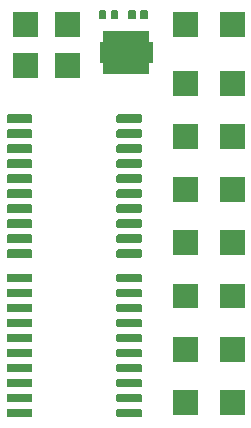
<source format=gbr>
G04 #@! TF.GenerationSoftware,KiCad,Pcbnew,(6.0.0-rc1-dev-1546-g786ee0e)*
G04 #@! TF.CreationDate,2021-05-18T14:48:32-07:00
G04 #@! TF.ProjectId,MuxBoard,4d757842-6f61-4726-942e-6b696361645f,rev?*
G04 #@! TF.SameCoordinates,Original*
G04 #@! TF.FileFunction,Soldermask,Top*
G04 #@! TF.FilePolarity,Negative*
%FSLAX46Y46*%
G04 Gerber Fmt 4.6, Leading zero omitted, Abs format (unit mm)*
G04 Created by KiCad (PCBNEW (6.0.0-rc1-dev-1546-g786ee0e)) date Tue 18 May 2021 02:48:32 PM PDT*
%MOMM*%
%LPD*%
G04 APERTURE LIST*
%ADD10C,0.100000*%
G04 APERTURE END LIST*
D10*
G36*
X141234928Y-84066764D02*
G01*
X141256011Y-84073160D01*
X141275442Y-84083546D01*
X141292475Y-84097525D01*
X141306454Y-84114558D01*
X141316840Y-84133989D01*
X141323236Y-84155072D01*
X141326000Y-84183140D01*
X141326000Y-84646860D01*
X141323236Y-84674928D01*
X141316840Y-84696011D01*
X141306454Y-84715442D01*
X141292475Y-84732475D01*
X141275442Y-84746454D01*
X141256011Y-84756840D01*
X141234928Y-84763236D01*
X141206860Y-84766000D01*
X139293140Y-84766000D01*
X139265072Y-84763236D01*
X139243989Y-84756840D01*
X139224558Y-84746454D01*
X139207525Y-84732475D01*
X139193546Y-84715442D01*
X139183160Y-84696011D01*
X139176764Y-84674928D01*
X139174000Y-84646860D01*
X139174000Y-84183140D01*
X139176764Y-84155072D01*
X139183160Y-84133989D01*
X139193546Y-84114558D01*
X139207525Y-84097525D01*
X139224558Y-84083546D01*
X139243989Y-84073160D01*
X139265072Y-84066764D01*
X139293140Y-84064000D01*
X141206860Y-84064000D01*
X141234928Y-84066764D01*
X141234928Y-84066764D01*
G37*
G36*
X131934928Y-84066764D02*
G01*
X131956011Y-84073160D01*
X131975442Y-84083546D01*
X131992475Y-84097525D01*
X132006454Y-84114558D01*
X132016840Y-84133989D01*
X132023236Y-84155072D01*
X132026000Y-84183140D01*
X132026000Y-84646860D01*
X132023236Y-84674928D01*
X132016840Y-84696011D01*
X132006454Y-84715442D01*
X131992475Y-84732475D01*
X131975442Y-84746454D01*
X131956011Y-84756840D01*
X131934928Y-84763236D01*
X131906860Y-84766000D01*
X129993140Y-84766000D01*
X129965072Y-84763236D01*
X129943989Y-84756840D01*
X129924558Y-84746454D01*
X129907525Y-84732475D01*
X129893546Y-84715442D01*
X129883160Y-84696011D01*
X129876764Y-84674928D01*
X129874000Y-84646860D01*
X129874000Y-84183140D01*
X129876764Y-84155072D01*
X129883160Y-84133989D01*
X129893546Y-84114558D01*
X129907525Y-84097525D01*
X129924558Y-84083546D01*
X129943989Y-84073160D01*
X129965072Y-84066764D01*
X129993140Y-84064000D01*
X131906860Y-84064000D01*
X131934928Y-84066764D01*
X131934928Y-84066764D01*
G37*
G36*
X146051000Y-84551000D02*
G01*
X143949000Y-84551000D01*
X143949000Y-82449000D01*
X146051000Y-82449000D01*
X146051000Y-84551000D01*
X146051000Y-84551000D01*
G37*
G36*
X150051000Y-84551000D02*
G01*
X147949000Y-84551000D01*
X147949000Y-82449000D01*
X150051000Y-82449000D01*
X150051000Y-84551000D01*
X150051000Y-84551000D01*
G37*
G36*
X141234928Y-82796764D02*
G01*
X141256011Y-82803160D01*
X141275442Y-82813546D01*
X141292475Y-82827525D01*
X141306454Y-82844558D01*
X141316840Y-82863989D01*
X141323236Y-82885072D01*
X141326000Y-82913140D01*
X141326000Y-83376860D01*
X141323236Y-83404928D01*
X141316840Y-83426011D01*
X141306454Y-83445442D01*
X141292475Y-83462475D01*
X141275442Y-83476454D01*
X141256011Y-83486840D01*
X141234928Y-83493236D01*
X141206860Y-83496000D01*
X139293140Y-83496000D01*
X139265072Y-83493236D01*
X139243989Y-83486840D01*
X139224558Y-83476454D01*
X139207525Y-83462475D01*
X139193546Y-83445442D01*
X139183160Y-83426011D01*
X139176764Y-83404928D01*
X139174000Y-83376860D01*
X139174000Y-82913140D01*
X139176764Y-82885072D01*
X139183160Y-82863989D01*
X139193546Y-82844558D01*
X139207525Y-82827525D01*
X139224558Y-82813546D01*
X139243989Y-82803160D01*
X139265072Y-82796764D01*
X139293140Y-82794000D01*
X141206860Y-82794000D01*
X141234928Y-82796764D01*
X141234928Y-82796764D01*
G37*
G36*
X131934928Y-82796764D02*
G01*
X131956011Y-82803160D01*
X131975442Y-82813546D01*
X131992475Y-82827525D01*
X132006454Y-82844558D01*
X132016840Y-82863989D01*
X132023236Y-82885072D01*
X132026000Y-82913140D01*
X132026000Y-83376860D01*
X132023236Y-83404928D01*
X132016840Y-83426011D01*
X132006454Y-83445442D01*
X131992475Y-83462475D01*
X131975442Y-83476454D01*
X131956011Y-83486840D01*
X131934928Y-83493236D01*
X131906860Y-83496000D01*
X129993140Y-83496000D01*
X129965072Y-83493236D01*
X129943989Y-83486840D01*
X129924558Y-83476454D01*
X129907525Y-83462475D01*
X129893546Y-83445442D01*
X129883160Y-83426011D01*
X129876764Y-83404928D01*
X129874000Y-83376860D01*
X129874000Y-82913140D01*
X129876764Y-82885072D01*
X129883160Y-82863989D01*
X129893546Y-82844558D01*
X129907525Y-82827525D01*
X129924558Y-82813546D01*
X129943989Y-82803160D01*
X129965072Y-82796764D01*
X129993140Y-82794000D01*
X131906860Y-82794000D01*
X131934928Y-82796764D01*
X131934928Y-82796764D01*
G37*
G36*
X131934928Y-81526764D02*
G01*
X131956011Y-81533160D01*
X131975442Y-81543546D01*
X131992475Y-81557525D01*
X132006454Y-81574558D01*
X132016840Y-81593989D01*
X132023236Y-81615072D01*
X132026000Y-81643140D01*
X132026000Y-82106860D01*
X132023236Y-82134928D01*
X132016840Y-82156011D01*
X132006454Y-82175442D01*
X131992475Y-82192475D01*
X131975442Y-82206454D01*
X131956011Y-82216840D01*
X131934928Y-82223236D01*
X131906860Y-82226000D01*
X129993140Y-82226000D01*
X129965072Y-82223236D01*
X129943989Y-82216840D01*
X129924558Y-82206454D01*
X129907525Y-82192475D01*
X129893546Y-82175442D01*
X129883160Y-82156011D01*
X129876764Y-82134928D01*
X129874000Y-82106860D01*
X129874000Y-81643140D01*
X129876764Y-81615072D01*
X129883160Y-81593989D01*
X129893546Y-81574558D01*
X129907525Y-81557525D01*
X129924558Y-81543546D01*
X129943989Y-81533160D01*
X129965072Y-81526764D01*
X129993140Y-81524000D01*
X131906860Y-81524000D01*
X131934928Y-81526764D01*
X131934928Y-81526764D01*
G37*
G36*
X141234928Y-81526764D02*
G01*
X141256011Y-81533160D01*
X141275442Y-81543546D01*
X141292475Y-81557525D01*
X141306454Y-81574558D01*
X141316840Y-81593989D01*
X141323236Y-81615072D01*
X141326000Y-81643140D01*
X141326000Y-82106860D01*
X141323236Y-82134928D01*
X141316840Y-82156011D01*
X141306454Y-82175442D01*
X141292475Y-82192475D01*
X141275442Y-82206454D01*
X141256011Y-82216840D01*
X141234928Y-82223236D01*
X141206860Y-82226000D01*
X139293140Y-82226000D01*
X139265072Y-82223236D01*
X139243989Y-82216840D01*
X139224558Y-82206454D01*
X139207525Y-82192475D01*
X139193546Y-82175442D01*
X139183160Y-82156011D01*
X139176764Y-82134928D01*
X139174000Y-82106860D01*
X139174000Y-81643140D01*
X139176764Y-81615072D01*
X139183160Y-81593989D01*
X139193546Y-81574558D01*
X139207525Y-81557525D01*
X139224558Y-81543546D01*
X139243989Y-81533160D01*
X139265072Y-81526764D01*
X139293140Y-81524000D01*
X141206860Y-81524000D01*
X141234928Y-81526764D01*
X141234928Y-81526764D01*
G37*
G36*
X141234928Y-80256764D02*
G01*
X141256011Y-80263160D01*
X141275442Y-80273546D01*
X141292475Y-80287525D01*
X141306454Y-80304558D01*
X141316840Y-80323989D01*
X141323236Y-80345072D01*
X141326000Y-80373140D01*
X141326000Y-80836860D01*
X141323236Y-80864928D01*
X141316840Y-80886011D01*
X141306454Y-80905442D01*
X141292475Y-80922475D01*
X141275442Y-80936454D01*
X141256011Y-80946840D01*
X141234928Y-80953236D01*
X141206860Y-80956000D01*
X139293140Y-80956000D01*
X139265072Y-80953236D01*
X139243989Y-80946840D01*
X139224558Y-80936454D01*
X139207525Y-80922475D01*
X139193546Y-80905442D01*
X139183160Y-80886011D01*
X139176764Y-80864928D01*
X139174000Y-80836860D01*
X139174000Y-80373140D01*
X139176764Y-80345072D01*
X139183160Y-80323989D01*
X139193546Y-80304558D01*
X139207525Y-80287525D01*
X139224558Y-80273546D01*
X139243989Y-80263160D01*
X139265072Y-80256764D01*
X139293140Y-80254000D01*
X141206860Y-80254000D01*
X141234928Y-80256764D01*
X141234928Y-80256764D01*
G37*
G36*
X131934928Y-80256764D02*
G01*
X131956011Y-80263160D01*
X131975442Y-80273546D01*
X131992475Y-80287525D01*
X132006454Y-80304558D01*
X132016840Y-80323989D01*
X132023236Y-80345072D01*
X132026000Y-80373140D01*
X132026000Y-80836860D01*
X132023236Y-80864928D01*
X132016840Y-80886011D01*
X132006454Y-80905442D01*
X131992475Y-80922475D01*
X131975442Y-80936454D01*
X131956011Y-80946840D01*
X131934928Y-80953236D01*
X131906860Y-80956000D01*
X129993140Y-80956000D01*
X129965072Y-80953236D01*
X129943989Y-80946840D01*
X129924558Y-80936454D01*
X129907525Y-80922475D01*
X129893546Y-80905442D01*
X129883160Y-80886011D01*
X129876764Y-80864928D01*
X129874000Y-80836860D01*
X129874000Y-80373140D01*
X129876764Y-80345072D01*
X129883160Y-80323989D01*
X129893546Y-80304558D01*
X129907525Y-80287525D01*
X129924558Y-80273546D01*
X129943989Y-80263160D01*
X129965072Y-80256764D01*
X129993140Y-80254000D01*
X131906860Y-80254000D01*
X131934928Y-80256764D01*
X131934928Y-80256764D01*
G37*
G36*
X146051000Y-80051000D02*
G01*
X143949000Y-80051000D01*
X143949000Y-77949000D01*
X146051000Y-77949000D01*
X146051000Y-80051000D01*
X146051000Y-80051000D01*
G37*
G36*
X150051000Y-80051000D02*
G01*
X147949000Y-80051000D01*
X147949000Y-77949000D01*
X150051000Y-77949000D01*
X150051000Y-80051000D01*
X150051000Y-80051000D01*
G37*
G36*
X131934928Y-78986764D02*
G01*
X131956011Y-78993160D01*
X131975442Y-79003546D01*
X131992475Y-79017525D01*
X132006454Y-79034558D01*
X132016840Y-79053989D01*
X132023236Y-79075072D01*
X132026000Y-79103140D01*
X132026000Y-79566860D01*
X132023236Y-79594928D01*
X132016840Y-79616011D01*
X132006454Y-79635442D01*
X131992475Y-79652475D01*
X131975442Y-79666454D01*
X131956011Y-79676840D01*
X131934928Y-79683236D01*
X131906860Y-79686000D01*
X129993140Y-79686000D01*
X129965072Y-79683236D01*
X129943989Y-79676840D01*
X129924558Y-79666454D01*
X129907525Y-79652475D01*
X129893546Y-79635442D01*
X129883160Y-79616011D01*
X129876764Y-79594928D01*
X129874000Y-79566860D01*
X129874000Y-79103140D01*
X129876764Y-79075072D01*
X129883160Y-79053989D01*
X129893546Y-79034558D01*
X129907525Y-79017525D01*
X129924558Y-79003546D01*
X129943989Y-78993160D01*
X129965072Y-78986764D01*
X129993140Y-78984000D01*
X131906860Y-78984000D01*
X131934928Y-78986764D01*
X131934928Y-78986764D01*
G37*
G36*
X141234928Y-78986764D02*
G01*
X141256011Y-78993160D01*
X141275442Y-79003546D01*
X141292475Y-79017525D01*
X141306454Y-79034558D01*
X141316840Y-79053989D01*
X141323236Y-79075072D01*
X141326000Y-79103140D01*
X141326000Y-79566860D01*
X141323236Y-79594928D01*
X141316840Y-79616011D01*
X141306454Y-79635442D01*
X141292475Y-79652475D01*
X141275442Y-79666454D01*
X141256011Y-79676840D01*
X141234928Y-79683236D01*
X141206860Y-79686000D01*
X139293140Y-79686000D01*
X139265072Y-79683236D01*
X139243989Y-79676840D01*
X139224558Y-79666454D01*
X139207525Y-79652475D01*
X139193546Y-79635442D01*
X139183160Y-79616011D01*
X139176764Y-79594928D01*
X139174000Y-79566860D01*
X139174000Y-79103140D01*
X139176764Y-79075072D01*
X139183160Y-79053989D01*
X139193546Y-79034558D01*
X139207525Y-79017525D01*
X139224558Y-79003546D01*
X139243989Y-78993160D01*
X139265072Y-78986764D01*
X139293140Y-78984000D01*
X141206860Y-78984000D01*
X141234928Y-78986764D01*
X141234928Y-78986764D01*
G37*
G36*
X131934928Y-77716764D02*
G01*
X131956011Y-77723160D01*
X131975442Y-77733546D01*
X131992475Y-77747525D01*
X132006454Y-77764558D01*
X132016840Y-77783989D01*
X132023236Y-77805072D01*
X132026000Y-77833140D01*
X132026000Y-78296860D01*
X132023236Y-78324928D01*
X132016840Y-78346011D01*
X132006454Y-78365442D01*
X131992475Y-78382475D01*
X131975442Y-78396454D01*
X131956011Y-78406840D01*
X131934928Y-78413236D01*
X131906860Y-78416000D01*
X129993140Y-78416000D01*
X129965072Y-78413236D01*
X129943989Y-78406840D01*
X129924558Y-78396454D01*
X129907525Y-78382475D01*
X129893546Y-78365442D01*
X129883160Y-78346011D01*
X129876764Y-78324928D01*
X129874000Y-78296860D01*
X129874000Y-77833140D01*
X129876764Y-77805072D01*
X129883160Y-77783989D01*
X129893546Y-77764558D01*
X129907525Y-77747525D01*
X129924558Y-77733546D01*
X129943989Y-77723160D01*
X129965072Y-77716764D01*
X129993140Y-77714000D01*
X131906860Y-77714000D01*
X131934928Y-77716764D01*
X131934928Y-77716764D01*
G37*
G36*
X141234928Y-77716764D02*
G01*
X141256011Y-77723160D01*
X141275442Y-77733546D01*
X141292475Y-77747525D01*
X141306454Y-77764558D01*
X141316840Y-77783989D01*
X141323236Y-77805072D01*
X141326000Y-77833140D01*
X141326000Y-78296860D01*
X141323236Y-78324928D01*
X141316840Y-78346011D01*
X141306454Y-78365442D01*
X141292475Y-78382475D01*
X141275442Y-78396454D01*
X141256011Y-78406840D01*
X141234928Y-78413236D01*
X141206860Y-78416000D01*
X139293140Y-78416000D01*
X139265072Y-78413236D01*
X139243989Y-78406840D01*
X139224558Y-78396454D01*
X139207525Y-78382475D01*
X139193546Y-78365442D01*
X139183160Y-78346011D01*
X139176764Y-78324928D01*
X139174000Y-78296860D01*
X139174000Y-77833140D01*
X139176764Y-77805072D01*
X139183160Y-77783989D01*
X139193546Y-77764558D01*
X139207525Y-77747525D01*
X139224558Y-77733546D01*
X139243989Y-77723160D01*
X139265072Y-77716764D01*
X139293140Y-77714000D01*
X141206860Y-77714000D01*
X141234928Y-77716764D01*
X141234928Y-77716764D01*
G37*
G36*
X141234928Y-76446764D02*
G01*
X141256011Y-76453160D01*
X141275442Y-76463546D01*
X141292475Y-76477525D01*
X141306454Y-76494558D01*
X141316840Y-76513989D01*
X141323236Y-76535072D01*
X141326000Y-76563140D01*
X141326000Y-77026860D01*
X141323236Y-77054928D01*
X141316840Y-77076011D01*
X141306454Y-77095442D01*
X141292475Y-77112475D01*
X141275442Y-77126454D01*
X141256011Y-77136840D01*
X141234928Y-77143236D01*
X141206860Y-77146000D01*
X139293140Y-77146000D01*
X139265072Y-77143236D01*
X139243989Y-77136840D01*
X139224558Y-77126454D01*
X139207525Y-77112475D01*
X139193546Y-77095442D01*
X139183160Y-77076011D01*
X139176764Y-77054928D01*
X139174000Y-77026860D01*
X139174000Y-76563140D01*
X139176764Y-76535072D01*
X139183160Y-76513989D01*
X139193546Y-76494558D01*
X139207525Y-76477525D01*
X139224558Y-76463546D01*
X139243989Y-76453160D01*
X139265072Y-76446764D01*
X139293140Y-76444000D01*
X141206860Y-76444000D01*
X141234928Y-76446764D01*
X141234928Y-76446764D01*
G37*
G36*
X131934928Y-76446764D02*
G01*
X131956011Y-76453160D01*
X131975442Y-76463546D01*
X131992475Y-76477525D01*
X132006454Y-76494558D01*
X132016840Y-76513989D01*
X132023236Y-76535072D01*
X132026000Y-76563140D01*
X132026000Y-77026860D01*
X132023236Y-77054928D01*
X132016840Y-77076011D01*
X132006454Y-77095442D01*
X131992475Y-77112475D01*
X131975442Y-77126454D01*
X131956011Y-77136840D01*
X131934928Y-77143236D01*
X131906860Y-77146000D01*
X129993140Y-77146000D01*
X129965072Y-77143236D01*
X129943989Y-77136840D01*
X129924558Y-77126454D01*
X129907525Y-77112475D01*
X129893546Y-77095442D01*
X129883160Y-77076011D01*
X129876764Y-77054928D01*
X129874000Y-77026860D01*
X129874000Y-76563140D01*
X129876764Y-76535072D01*
X129883160Y-76513989D01*
X129893546Y-76494558D01*
X129907525Y-76477525D01*
X129924558Y-76463546D01*
X129943989Y-76453160D01*
X129965072Y-76446764D01*
X129993140Y-76444000D01*
X131906860Y-76444000D01*
X131934928Y-76446764D01*
X131934928Y-76446764D01*
G37*
G36*
X141234928Y-75176764D02*
G01*
X141256011Y-75183160D01*
X141275442Y-75193546D01*
X141292475Y-75207525D01*
X141306454Y-75224558D01*
X141316840Y-75243989D01*
X141323236Y-75265072D01*
X141326000Y-75293140D01*
X141326000Y-75756860D01*
X141323236Y-75784928D01*
X141316840Y-75806011D01*
X141306454Y-75825442D01*
X141292475Y-75842475D01*
X141275442Y-75856454D01*
X141256011Y-75866840D01*
X141234928Y-75873236D01*
X141206860Y-75876000D01*
X139293140Y-75876000D01*
X139265072Y-75873236D01*
X139243989Y-75866840D01*
X139224558Y-75856454D01*
X139207525Y-75842475D01*
X139193546Y-75825442D01*
X139183160Y-75806011D01*
X139176764Y-75784928D01*
X139174000Y-75756860D01*
X139174000Y-75293140D01*
X139176764Y-75265072D01*
X139183160Y-75243989D01*
X139193546Y-75224558D01*
X139207525Y-75207525D01*
X139224558Y-75193546D01*
X139243989Y-75183160D01*
X139265072Y-75176764D01*
X139293140Y-75174000D01*
X141206860Y-75174000D01*
X141234928Y-75176764D01*
X141234928Y-75176764D01*
G37*
G36*
X131934928Y-75176764D02*
G01*
X131956011Y-75183160D01*
X131975442Y-75193546D01*
X131992475Y-75207525D01*
X132006454Y-75224558D01*
X132016840Y-75243989D01*
X132023236Y-75265072D01*
X132026000Y-75293140D01*
X132026000Y-75756860D01*
X132023236Y-75784928D01*
X132016840Y-75806011D01*
X132006454Y-75825442D01*
X131992475Y-75842475D01*
X131975442Y-75856454D01*
X131956011Y-75866840D01*
X131934928Y-75873236D01*
X131906860Y-75876000D01*
X129993140Y-75876000D01*
X129965072Y-75873236D01*
X129943989Y-75866840D01*
X129924558Y-75856454D01*
X129907525Y-75842475D01*
X129893546Y-75825442D01*
X129883160Y-75806011D01*
X129876764Y-75784928D01*
X129874000Y-75756860D01*
X129874000Y-75293140D01*
X129876764Y-75265072D01*
X129883160Y-75243989D01*
X129893546Y-75224558D01*
X129907525Y-75207525D01*
X129924558Y-75193546D01*
X129943989Y-75183160D01*
X129965072Y-75176764D01*
X129993140Y-75174000D01*
X131906860Y-75174000D01*
X131934928Y-75176764D01*
X131934928Y-75176764D01*
G37*
G36*
X146051000Y-75551000D02*
G01*
X143949000Y-75551000D01*
X143949000Y-73449000D01*
X146051000Y-73449000D01*
X146051000Y-75551000D01*
X146051000Y-75551000D01*
G37*
G36*
X150051000Y-75551000D02*
G01*
X147949000Y-75551000D01*
X147949000Y-73449000D01*
X150051000Y-73449000D01*
X150051000Y-75551000D01*
X150051000Y-75551000D01*
G37*
G36*
X141234928Y-73906764D02*
G01*
X141256011Y-73913160D01*
X141275442Y-73923546D01*
X141292475Y-73937525D01*
X141306454Y-73954558D01*
X141316840Y-73973989D01*
X141323236Y-73995072D01*
X141326000Y-74023140D01*
X141326000Y-74486860D01*
X141323236Y-74514928D01*
X141316840Y-74536011D01*
X141306454Y-74555442D01*
X141292475Y-74572475D01*
X141275442Y-74586454D01*
X141256011Y-74596840D01*
X141234928Y-74603236D01*
X141206860Y-74606000D01*
X139293140Y-74606000D01*
X139265072Y-74603236D01*
X139243989Y-74596840D01*
X139224558Y-74586454D01*
X139207525Y-74572475D01*
X139193546Y-74555442D01*
X139183160Y-74536011D01*
X139176764Y-74514928D01*
X139174000Y-74486860D01*
X139174000Y-74023140D01*
X139176764Y-73995072D01*
X139183160Y-73973989D01*
X139193546Y-73954558D01*
X139207525Y-73937525D01*
X139224558Y-73923546D01*
X139243989Y-73913160D01*
X139265072Y-73906764D01*
X139293140Y-73904000D01*
X141206860Y-73904000D01*
X141234928Y-73906764D01*
X141234928Y-73906764D01*
G37*
G36*
X131934928Y-73906764D02*
G01*
X131956011Y-73913160D01*
X131975442Y-73923546D01*
X131992475Y-73937525D01*
X132006454Y-73954558D01*
X132016840Y-73973989D01*
X132023236Y-73995072D01*
X132026000Y-74023140D01*
X132026000Y-74486860D01*
X132023236Y-74514928D01*
X132016840Y-74536011D01*
X132006454Y-74555442D01*
X131992475Y-74572475D01*
X131975442Y-74586454D01*
X131956011Y-74596840D01*
X131934928Y-74603236D01*
X131906860Y-74606000D01*
X129993140Y-74606000D01*
X129965072Y-74603236D01*
X129943989Y-74596840D01*
X129924558Y-74586454D01*
X129907525Y-74572475D01*
X129893546Y-74555442D01*
X129883160Y-74536011D01*
X129876764Y-74514928D01*
X129874000Y-74486860D01*
X129874000Y-74023140D01*
X129876764Y-73995072D01*
X129883160Y-73973989D01*
X129893546Y-73954558D01*
X129907525Y-73937525D01*
X129924558Y-73923546D01*
X129943989Y-73913160D01*
X129965072Y-73906764D01*
X129993140Y-73904000D01*
X131906860Y-73904000D01*
X131934928Y-73906764D01*
X131934928Y-73906764D01*
G37*
G36*
X141234928Y-72636764D02*
G01*
X141256011Y-72643160D01*
X141275442Y-72653546D01*
X141292475Y-72667525D01*
X141306454Y-72684558D01*
X141316840Y-72703989D01*
X141323236Y-72725072D01*
X141326000Y-72753140D01*
X141326000Y-73216860D01*
X141323236Y-73244928D01*
X141316840Y-73266011D01*
X141306454Y-73285442D01*
X141292475Y-73302475D01*
X141275442Y-73316454D01*
X141256011Y-73326840D01*
X141234928Y-73333236D01*
X141206860Y-73336000D01*
X139293140Y-73336000D01*
X139265072Y-73333236D01*
X139243989Y-73326840D01*
X139224558Y-73316454D01*
X139207525Y-73302475D01*
X139193546Y-73285442D01*
X139183160Y-73266011D01*
X139176764Y-73244928D01*
X139174000Y-73216860D01*
X139174000Y-72753140D01*
X139176764Y-72725072D01*
X139183160Y-72703989D01*
X139193546Y-72684558D01*
X139207525Y-72667525D01*
X139224558Y-72653546D01*
X139243989Y-72643160D01*
X139265072Y-72636764D01*
X139293140Y-72634000D01*
X141206860Y-72634000D01*
X141234928Y-72636764D01*
X141234928Y-72636764D01*
G37*
G36*
X131934928Y-72636764D02*
G01*
X131956011Y-72643160D01*
X131975442Y-72653546D01*
X131992475Y-72667525D01*
X132006454Y-72684558D01*
X132016840Y-72703989D01*
X132023236Y-72725072D01*
X132026000Y-72753140D01*
X132026000Y-73216860D01*
X132023236Y-73244928D01*
X132016840Y-73266011D01*
X132006454Y-73285442D01*
X131992475Y-73302475D01*
X131975442Y-73316454D01*
X131956011Y-73326840D01*
X131934928Y-73333236D01*
X131906860Y-73336000D01*
X129993140Y-73336000D01*
X129965072Y-73333236D01*
X129943989Y-73326840D01*
X129924558Y-73316454D01*
X129907525Y-73302475D01*
X129893546Y-73285442D01*
X129883160Y-73266011D01*
X129876764Y-73244928D01*
X129874000Y-73216860D01*
X129874000Y-72753140D01*
X129876764Y-72725072D01*
X129883160Y-72703989D01*
X129893546Y-72684558D01*
X129907525Y-72667525D01*
X129924558Y-72653546D01*
X129943989Y-72643160D01*
X129965072Y-72636764D01*
X129993140Y-72634000D01*
X131906860Y-72634000D01*
X131934928Y-72636764D01*
X131934928Y-72636764D01*
G37*
G36*
X141234928Y-70566764D02*
G01*
X141256011Y-70573160D01*
X141275442Y-70583546D01*
X141292475Y-70597525D01*
X141306454Y-70614558D01*
X141316840Y-70633989D01*
X141323236Y-70655072D01*
X141326000Y-70683140D01*
X141326000Y-71146860D01*
X141323236Y-71174928D01*
X141316840Y-71196011D01*
X141306454Y-71215442D01*
X141292475Y-71232475D01*
X141275442Y-71246454D01*
X141256011Y-71256840D01*
X141234928Y-71263236D01*
X141206860Y-71266000D01*
X139293140Y-71266000D01*
X139265072Y-71263236D01*
X139243989Y-71256840D01*
X139224558Y-71246454D01*
X139207525Y-71232475D01*
X139193546Y-71215442D01*
X139183160Y-71196011D01*
X139176764Y-71174928D01*
X139174000Y-71146860D01*
X139174000Y-70683140D01*
X139176764Y-70655072D01*
X139183160Y-70633989D01*
X139193546Y-70614558D01*
X139207525Y-70597525D01*
X139224558Y-70583546D01*
X139243989Y-70573160D01*
X139265072Y-70566764D01*
X139293140Y-70564000D01*
X141206860Y-70564000D01*
X141234928Y-70566764D01*
X141234928Y-70566764D01*
G37*
G36*
X131934928Y-70566764D02*
G01*
X131956011Y-70573160D01*
X131975442Y-70583546D01*
X131992475Y-70597525D01*
X132006454Y-70614558D01*
X132016840Y-70633989D01*
X132023236Y-70655072D01*
X132026000Y-70683140D01*
X132026000Y-71146860D01*
X132023236Y-71174928D01*
X132016840Y-71196011D01*
X132006454Y-71215442D01*
X131992475Y-71232475D01*
X131975442Y-71246454D01*
X131956011Y-71256840D01*
X131934928Y-71263236D01*
X131906860Y-71266000D01*
X129993140Y-71266000D01*
X129965072Y-71263236D01*
X129943989Y-71256840D01*
X129924558Y-71246454D01*
X129907525Y-71232475D01*
X129893546Y-71215442D01*
X129883160Y-71196011D01*
X129876764Y-71174928D01*
X129874000Y-71146860D01*
X129874000Y-70683140D01*
X129876764Y-70655072D01*
X129883160Y-70633989D01*
X129893546Y-70614558D01*
X129907525Y-70597525D01*
X129924558Y-70583546D01*
X129943989Y-70573160D01*
X129965072Y-70566764D01*
X129993140Y-70564000D01*
X131906860Y-70564000D01*
X131934928Y-70566764D01*
X131934928Y-70566764D01*
G37*
G36*
X150051000Y-71051000D02*
G01*
X147949000Y-71051000D01*
X147949000Y-68949000D01*
X150051000Y-68949000D01*
X150051000Y-71051000D01*
X150051000Y-71051000D01*
G37*
G36*
X146051000Y-71051000D02*
G01*
X143949000Y-71051000D01*
X143949000Y-68949000D01*
X146051000Y-68949000D01*
X146051000Y-71051000D01*
X146051000Y-71051000D01*
G37*
G36*
X141234928Y-69296764D02*
G01*
X141256011Y-69303160D01*
X141275442Y-69313546D01*
X141292475Y-69327525D01*
X141306454Y-69344558D01*
X141316840Y-69363989D01*
X141323236Y-69385072D01*
X141326000Y-69413140D01*
X141326000Y-69876860D01*
X141323236Y-69904928D01*
X141316840Y-69926011D01*
X141306454Y-69945442D01*
X141292475Y-69962475D01*
X141275442Y-69976454D01*
X141256011Y-69986840D01*
X141234928Y-69993236D01*
X141206860Y-69996000D01*
X139293140Y-69996000D01*
X139265072Y-69993236D01*
X139243989Y-69986840D01*
X139224558Y-69976454D01*
X139207525Y-69962475D01*
X139193546Y-69945442D01*
X139183160Y-69926011D01*
X139176764Y-69904928D01*
X139174000Y-69876860D01*
X139174000Y-69413140D01*
X139176764Y-69385072D01*
X139183160Y-69363989D01*
X139193546Y-69344558D01*
X139207525Y-69327525D01*
X139224558Y-69313546D01*
X139243989Y-69303160D01*
X139265072Y-69296764D01*
X139293140Y-69294000D01*
X141206860Y-69294000D01*
X141234928Y-69296764D01*
X141234928Y-69296764D01*
G37*
G36*
X131934928Y-69296764D02*
G01*
X131956011Y-69303160D01*
X131975442Y-69313546D01*
X131992475Y-69327525D01*
X132006454Y-69344558D01*
X132016840Y-69363989D01*
X132023236Y-69385072D01*
X132026000Y-69413140D01*
X132026000Y-69876860D01*
X132023236Y-69904928D01*
X132016840Y-69926011D01*
X132006454Y-69945442D01*
X131992475Y-69962475D01*
X131975442Y-69976454D01*
X131956011Y-69986840D01*
X131934928Y-69993236D01*
X131906860Y-69996000D01*
X129993140Y-69996000D01*
X129965072Y-69993236D01*
X129943989Y-69986840D01*
X129924558Y-69976454D01*
X129907525Y-69962475D01*
X129893546Y-69945442D01*
X129883160Y-69926011D01*
X129876764Y-69904928D01*
X129874000Y-69876860D01*
X129874000Y-69413140D01*
X129876764Y-69385072D01*
X129883160Y-69363989D01*
X129893546Y-69344558D01*
X129907525Y-69327525D01*
X129924558Y-69313546D01*
X129943989Y-69303160D01*
X129965072Y-69296764D01*
X129993140Y-69294000D01*
X131906860Y-69294000D01*
X131934928Y-69296764D01*
X131934928Y-69296764D01*
G37*
G36*
X141234928Y-68026764D02*
G01*
X141256011Y-68033160D01*
X141275442Y-68043546D01*
X141292475Y-68057525D01*
X141306454Y-68074558D01*
X141316840Y-68093989D01*
X141323236Y-68115072D01*
X141326000Y-68143140D01*
X141326000Y-68606860D01*
X141323236Y-68634928D01*
X141316840Y-68656011D01*
X141306454Y-68675442D01*
X141292475Y-68692475D01*
X141275442Y-68706454D01*
X141256011Y-68716840D01*
X141234928Y-68723236D01*
X141206860Y-68726000D01*
X139293140Y-68726000D01*
X139265072Y-68723236D01*
X139243989Y-68716840D01*
X139224558Y-68706454D01*
X139207525Y-68692475D01*
X139193546Y-68675442D01*
X139183160Y-68656011D01*
X139176764Y-68634928D01*
X139174000Y-68606860D01*
X139174000Y-68143140D01*
X139176764Y-68115072D01*
X139183160Y-68093989D01*
X139193546Y-68074558D01*
X139207525Y-68057525D01*
X139224558Y-68043546D01*
X139243989Y-68033160D01*
X139265072Y-68026764D01*
X139293140Y-68024000D01*
X141206860Y-68024000D01*
X141234928Y-68026764D01*
X141234928Y-68026764D01*
G37*
G36*
X131934928Y-68026764D02*
G01*
X131956011Y-68033160D01*
X131975442Y-68043546D01*
X131992475Y-68057525D01*
X132006454Y-68074558D01*
X132016840Y-68093989D01*
X132023236Y-68115072D01*
X132026000Y-68143140D01*
X132026000Y-68606860D01*
X132023236Y-68634928D01*
X132016840Y-68656011D01*
X132006454Y-68675442D01*
X131992475Y-68692475D01*
X131975442Y-68706454D01*
X131956011Y-68716840D01*
X131934928Y-68723236D01*
X131906860Y-68726000D01*
X129993140Y-68726000D01*
X129965072Y-68723236D01*
X129943989Y-68716840D01*
X129924558Y-68706454D01*
X129907525Y-68692475D01*
X129893546Y-68675442D01*
X129883160Y-68656011D01*
X129876764Y-68634928D01*
X129874000Y-68606860D01*
X129874000Y-68143140D01*
X129876764Y-68115072D01*
X129883160Y-68093989D01*
X129893546Y-68074558D01*
X129907525Y-68057525D01*
X129924558Y-68043546D01*
X129943989Y-68033160D01*
X129965072Y-68026764D01*
X129993140Y-68024000D01*
X131906860Y-68024000D01*
X131934928Y-68026764D01*
X131934928Y-68026764D01*
G37*
G36*
X131934928Y-66756764D02*
G01*
X131956011Y-66763160D01*
X131975442Y-66773546D01*
X131992475Y-66787525D01*
X132006454Y-66804558D01*
X132016840Y-66823989D01*
X132023236Y-66845072D01*
X132026000Y-66873140D01*
X132026000Y-67336860D01*
X132023236Y-67364928D01*
X132016840Y-67386011D01*
X132006454Y-67405442D01*
X131992475Y-67422475D01*
X131975442Y-67436454D01*
X131956011Y-67446840D01*
X131934928Y-67453236D01*
X131906860Y-67456000D01*
X129993140Y-67456000D01*
X129965072Y-67453236D01*
X129943989Y-67446840D01*
X129924558Y-67436454D01*
X129907525Y-67422475D01*
X129893546Y-67405442D01*
X129883160Y-67386011D01*
X129876764Y-67364928D01*
X129874000Y-67336860D01*
X129874000Y-66873140D01*
X129876764Y-66845072D01*
X129883160Y-66823989D01*
X129893546Y-66804558D01*
X129907525Y-66787525D01*
X129924558Y-66773546D01*
X129943989Y-66763160D01*
X129965072Y-66756764D01*
X129993140Y-66754000D01*
X131906860Y-66754000D01*
X131934928Y-66756764D01*
X131934928Y-66756764D01*
G37*
G36*
X141234928Y-66756764D02*
G01*
X141256011Y-66763160D01*
X141275442Y-66773546D01*
X141292475Y-66787525D01*
X141306454Y-66804558D01*
X141316840Y-66823989D01*
X141323236Y-66845072D01*
X141326000Y-66873140D01*
X141326000Y-67336860D01*
X141323236Y-67364928D01*
X141316840Y-67386011D01*
X141306454Y-67405442D01*
X141292475Y-67422475D01*
X141275442Y-67436454D01*
X141256011Y-67446840D01*
X141234928Y-67453236D01*
X141206860Y-67456000D01*
X139293140Y-67456000D01*
X139265072Y-67453236D01*
X139243989Y-67446840D01*
X139224558Y-67436454D01*
X139207525Y-67422475D01*
X139193546Y-67405442D01*
X139183160Y-67386011D01*
X139176764Y-67364928D01*
X139174000Y-67336860D01*
X139174000Y-66873140D01*
X139176764Y-66845072D01*
X139183160Y-66823989D01*
X139193546Y-66804558D01*
X139207525Y-66787525D01*
X139224558Y-66773546D01*
X139243989Y-66763160D01*
X139265072Y-66756764D01*
X139293140Y-66754000D01*
X141206860Y-66754000D01*
X141234928Y-66756764D01*
X141234928Y-66756764D01*
G37*
G36*
X150051000Y-66551000D02*
G01*
X147949000Y-66551000D01*
X147949000Y-64449000D01*
X150051000Y-64449000D01*
X150051000Y-66551000D01*
X150051000Y-66551000D01*
G37*
G36*
X146051000Y-66551000D02*
G01*
X143949000Y-66551000D01*
X143949000Y-64449000D01*
X146051000Y-64449000D01*
X146051000Y-66551000D01*
X146051000Y-66551000D01*
G37*
G36*
X141234928Y-65486764D02*
G01*
X141256011Y-65493160D01*
X141275442Y-65503546D01*
X141292475Y-65517525D01*
X141306454Y-65534558D01*
X141316840Y-65553989D01*
X141323236Y-65575072D01*
X141326000Y-65603140D01*
X141326000Y-66066860D01*
X141323236Y-66094928D01*
X141316840Y-66116011D01*
X141306454Y-66135442D01*
X141292475Y-66152475D01*
X141275442Y-66166454D01*
X141256011Y-66176840D01*
X141234928Y-66183236D01*
X141206860Y-66186000D01*
X139293140Y-66186000D01*
X139265072Y-66183236D01*
X139243989Y-66176840D01*
X139224558Y-66166454D01*
X139207525Y-66152475D01*
X139193546Y-66135442D01*
X139183160Y-66116011D01*
X139176764Y-66094928D01*
X139174000Y-66066860D01*
X139174000Y-65603140D01*
X139176764Y-65575072D01*
X139183160Y-65553989D01*
X139193546Y-65534558D01*
X139207525Y-65517525D01*
X139224558Y-65503546D01*
X139243989Y-65493160D01*
X139265072Y-65486764D01*
X139293140Y-65484000D01*
X141206860Y-65484000D01*
X141234928Y-65486764D01*
X141234928Y-65486764D01*
G37*
G36*
X131934928Y-65486764D02*
G01*
X131956011Y-65493160D01*
X131975442Y-65503546D01*
X131992475Y-65517525D01*
X132006454Y-65534558D01*
X132016840Y-65553989D01*
X132023236Y-65575072D01*
X132026000Y-65603140D01*
X132026000Y-66066860D01*
X132023236Y-66094928D01*
X132016840Y-66116011D01*
X132006454Y-66135442D01*
X131992475Y-66152475D01*
X131975442Y-66166454D01*
X131956011Y-66176840D01*
X131934928Y-66183236D01*
X131906860Y-66186000D01*
X129993140Y-66186000D01*
X129965072Y-66183236D01*
X129943989Y-66176840D01*
X129924558Y-66166454D01*
X129907525Y-66152475D01*
X129893546Y-66135442D01*
X129883160Y-66116011D01*
X129876764Y-66094928D01*
X129874000Y-66066860D01*
X129874000Y-65603140D01*
X129876764Y-65575072D01*
X129883160Y-65553989D01*
X129893546Y-65534558D01*
X129907525Y-65517525D01*
X129924558Y-65503546D01*
X129943989Y-65493160D01*
X129965072Y-65486764D01*
X129993140Y-65484000D01*
X131906860Y-65484000D01*
X131934928Y-65486764D01*
X131934928Y-65486764D01*
G37*
G36*
X131934928Y-64216764D02*
G01*
X131956011Y-64223160D01*
X131975442Y-64233546D01*
X131992475Y-64247525D01*
X132006454Y-64264558D01*
X132016840Y-64283989D01*
X132023236Y-64305072D01*
X132026000Y-64333140D01*
X132026000Y-64796860D01*
X132023236Y-64824928D01*
X132016840Y-64846011D01*
X132006454Y-64865442D01*
X131992475Y-64882475D01*
X131975442Y-64896454D01*
X131956011Y-64906840D01*
X131934928Y-64913236D01*
X131906860Y-64916000D01*
X129993140Y-64916000D01*
X129965072Y-64913236D01*
X129943989Y-64906840D01*
X129924558Y-64896454D01*
X129907525Y-64882475D01*
X129893546Y-64865442D01*
X129883160Y-64846011D01*
X129876764Y-64824928D01*
X129874000Y-64796860D01*
X129874000Y-64333140D01*
X129876764Y-64305072D01*
X129883160Y-64283989D01*
X129893546Y-64264558D01*
X129907525Y-64247525D01*
X129924558Y-64233546D01*
X129943989Y-64223160D01*
X129965072Y-64216764D01*
X129993140Y-64214000D01*
X131906860Y-64214000D01*
X131934928Y-64216764D01*
X131934928Y-64216764D01*
G37*
G36*
X141234928Y-64216764D02*
G01*
X141256011Y-64223160D01*
X141275442Y-64233546D01*
X141292475Y-64247525D01*
X141306454Y-64264558D01*
X141316840Y-64283989D01*
X141323236Y-64305072D01*
X141326000Y-64333140D01*
X141326000Y-64796860D01*
X141323236Y-64824928D01*
X141316840Y-64846011D01*
X141306454Y-64865442D01*
X141292475Y-64882475D01*
X141275442Y-64896454D01*
X141256011Y-64906840D01*
X141234928Y-64913236D01*
X141206860Y-64916000D01*
X139293140Y-64916000D01*
X139265072Y-64913236D01*
X139243989Y-64906840D01*
X139224558Y-64896454D01*
X139207525Y-64882475D01*
X139193546Y-64865442D01*
X139183160Y-64846011D01*
X139176764Y-64824928D01*
X139174000Y-64796860D01*
X139174000Y-64333140D01*
X139176764Y-64305072D01*
X139183160Y-64283989D01*
X139193546Y-64264558D01*
X139207525Y-64247525D01*
X139224558Y-64233546D01*
X139243989Y-64223160D01*
X139265072Y-64216764D01*
X139293140Y-64214000D01*
X141206860Y-64214000D01*
X141234928Y-64216764D01*
X141234928Y-64216764D01*
G37*
G36*
X141234928Y-62946764D02*
G01*
X141256011Y-62953160D01*
X141275442Y-62963546D01*
X141292475Y-62977525D01*
X141306454Y-62994558D01*
X141316840Y-63013989D01*
X141323236Y-63035072D01*
X141326000Y-63063140D01*
X141326000Y-63526860D01*
X141323236Y-63554928D01*
X141316840Y-63576011D01*
X141306454Y-63595442D01*
X141292475Y-63612475D01*
X141275442Y-63626454D01*
X141256011Y-63636840D01*
X141234928Y-63643236D01*
X141206860Y-63646000D01*
X139293140Y-63646000D01*
X139265072Y-63643236D01*
X139243989Y-63636840D01*
X139224558Y-63626454D01*
X139207525Y-63612475D01*
X139193546Y-63595442D01*
X139183160Y-63576011D01*
X139176764Y-63554928D01*
X139174000Y-63526860D01*
X139174000Y-63063140D01*
X139176764Y-63035072D01*
X139183160Y-63013989D01*
X139193546Y-62994558D01*
X139207525Y-62977525D01*
X139224558Y-62963546D01*
X139243989Y-62953160D01*
X139265072Y-62946764D01*
X139293140Y-62944000D01*
X141206860Y-62944000D01*
X141234928Y-62946764D01*
X141234928Y-62946764D01*
G37*
G36*
X131934928Y-62946764D02*
G01*
X131956011Y-62953160D01*
X131975442Y-62963546D01*
X131992475Y-62977525D01*
X132006454Y-62994558D01*
X132016840Y-63013989D01*
X132023236Y-63035072D01*
X132026000Y-63063140D01*
X132026000Y-63526860D01*
X132023236Y-63554928D01*
X132016840Y-63576011D01*
X132006454Y-63595442D01*
X131992475Y-63612475D01*
X131975442Y-63626454D01*
X131956011Y-63636840D01*
X131934928Y-63643236D01*
X131906860Y-63646000D01*
X129993140Y-63646000D01*
X129965072Y-63643236D01*
X129943989Y-63636840D01*
X129924558Y-63626454D01*
X129907525Y-63612475D01*
X129893546Y-63595442D01*
X129883160Y-63576011D01*
X129876764Y-63554928D01*
X129874000Y-63526860D01*
X129874000Y-63063140D01*
X129876764Y-63035072D01*
X129883160Y-63013989D01*
X129893546Y-62994558D01*
X129907525Y-62977525D01*
X129924558Y-62963546D01*
X129943989Y-62953160D01*
X129965072Y-62946764D01*
X129993140Y-62944000D01*
X131906860Y-62944000D01*
X131934928Y-62946764D01*
X131934928Y-62946764D01*
G37*
G36*
X141234928Y-61676764D02*
G01*
X141256011Y-61683160D01*
X141275442Y-61693546D01*
X141292475Y-61707525D01*
X141306454Y-61724558D01*
X141316840Y-61743989D01*
X141323236Y-61765072D01*
X141326000Y-61793140D01*
X141326000Y-62256860D01*
X141323236Y-62284928D01*
X141316840Y-62306011D01*
X141306454Y-62325442D01*
X141292475Y-62342475D01*
X141275442Y-62356454D01*
X141256011Y-62366840D01*
X141234928Y-62373236D01*
X141206860Y-62376000D01*
X139293140Y-62376000D01*
X139265072Y-62373236D01*
X139243989Y-62366840D01*
X139224558Y-62356454D01*
X139207525Y-62342475D01*
X139193546Y-62325442D01*
X139183160Y-62306011D01*
X139176764Y-62284928D01*
X139174000Y-62256860D01*
X139174000Y-61793140D01*
X139176764Y-61765072D01*
X139183160Y-61743989D01*
X139193546Y-61724558D01*
X139207525Y-61707525D01*
X139224558Y-61693546D01*
X139243989Y-61683160D01*
X139265072Y-61676764D01*
X139293140Y-61674000D01*
X141206860Y-61674000D01*
X141234928Y-61676764D01*
X141234928Y-61676764D01*
G37*
G36*
X131934928Y-61676764D02*
G01*
X131956011Y-61683160D01*
X131975442Y-61693546D01*
X131992475Y-61707525D01*
X132006454Y-61724558D01*
X132016840Y-61743989D01*
X132023236Y-61765072D01*
X132026000Y-61793140D01*
X132026000Y-62256860D01*
X132023236Y-62284928D01*
X132016840Y-62306011D01*
X132006454Y-62325442D01*
X131992475Y-62342475D01*
X131975442Y-62356454D01*
X131956011Y-62366840D01*
X131934928Y-62373236D01*
X131906860Y-62376000D01*
X129993140Y-62376000D01*
X129965072Y-62373236D01*
X129943989Y-62366840D01*
X129924558Y-62356454D01*
X129907525Y-62342475D01*
X129893546Y-62325442D01*
X129883160Y-62306011D01*
X129876764Y-62284928D01*
X129874000Y-62256860D01*
X129874000Y-61793140D01*
X129876764Y-61765072D01*
X129883160Y-61743989D01*
X129893546Y-61724558D01*
X129907525Y-61707525D01*
X129924558Y-61693546D01*
X129943989Y-61683160D01*
X129965072Y-61676764D01*
X129993140Y-61674000D01*
X131906860Y-61674000D01*
X131934928Y-61676764D01*
X131934928Y-61676764D01*
G37*
G36*
X150051000Y-62051000D02*
G01*
X147949000Y-62051000D01*
X147949000Y-59949000D01*
X150051000Y-59949000D01*
X150051000Y-62051000D01*
X150051000Y-62051000D01*
G37*
G36*
X146051000Y-62051000D02*
G01*
X143949000Y-62051000D01*
X143949000Y-59949000D01*
X146051000Y-59949000D01*
X146051000Y-62051000D01*
X146051000Y-62051000D01*
G37*
G36*
X141234928Y-60406764D02*
G01*
X141256011Y-60413160D01*
X141275442Y-60423546D01*
X141292475Y-60437525D01*
X141306454Y-60454558D01*
X141316840Y-60473989D01*
X141323236Y-60495072D01*
X141326000Y-60523140D01*
X141326000Y-60986860D01*
X141323236Y-61014928D01*
X141316840Y-61036011D01*
X141306454Y-61055442D01*
X141292475Y-61072475D01*
X141275442Y-61086454D01*
X141256011Y-61096840D01*
X141234928Y-61103236D01*
X141206860Y-61106000D01*
X139293140Y-61106000D01*
X139265072Y-61103236D01*
X139243989Y-61096840D01*
X139224558Y-61086454D01*
X139207525Y-61072475D01*
X139193546Y-61055442D01*
X139183160Y-61036011D01*
X139176764Y-61014928D01*
X139174000Y-60986860D01*
X139174000Y-60523140D01*
X139176764Y-60495072D01*
X139183160Y-60473989D01*
X139193546Y-60454558D01*
X139207525Y-60437525D01*
X139224558Y-60423546D01*
X139243989Y-60413160D01*
X139265072Y-60406764D01*
X139293140Y-60404000D01*
X141206860Y-60404000D01*
X141234928Y-60406764D01*
X141234928Y-60406764D01*
G37*
G36*
X131934928Y-60406764D02*
G01*
X131956011Y-60413160D01*
X131975442Y-60423546D01*
X131992475Y-60437525D01*
X132006454Y-60454558D01*
X132016840Y-60473989D01*
X132023236Y-60495072D01*
X132026000Y-60523140D01*
X132026000Y-60986860D01*
X132023236Y-61014928D01*
X132016840Y-61036011D01*
X132006454Y-61055442D01*
X131992475Y-61072475D01*
X131975442Y-61086454D01*
X131956011Y-61096840D01*
X131934928Y-61103236D01*
X131906860Y-61106000D01*
X129993140Y-61106000D01*
X129965072Y-61103236D01*
X129943989Y-61096840D01*
X129924558Y-61086454D01*
X129907525Y-61072475D01*
X129893546Y-61055442D01*
X129883160Y-61036011D01*
X129876764Y-61014928D01*
X129874000Y-60986860D01*
X129874000Y-60523140D01*
X129876764Y-60495072D01*
X129883160Y-60473989D01*
X129893546Y-60454558D01*
X129907525Y-60437525D01*
X129924558Y-60423546D01*
X129943989Y-60413160D01*
X129965072Y-60406764D01*
X129993140Y-60404000D01*
X131906860Y-60404000D01*
X131934928Y-60406764D01*
X131934928Y-60406764D01*
G37*
G36*
X141234928Y-59136764D02*
G01*
X141256011Y-59143160D01*
X141275442Y-59153546D01*
X141292475Y-59167525D01*
X141306454Y-59184558D01*
X141316840Y-59203989D01*
X141323236Y-59225072D01*
X141326000Y-59253140D01*
X141326000Y-59716860D01*
X141323236Y-59744928D01*
X141316840Y-59766011D01*
X141306454Y-59785442D01*
X141292475Y-59802475D01*
X141275442Y-59816454D01*
X141256011Y-59826840D01*
X141234928Y-59833236D01*
X141206860Y-59836000D01*
X139293140Y-59836000D01*
X139265072Y-59833236D01*
X139243989Y-59826840D01*
X139224558Y-59816454D01*
X139207525Y-59802475D01*
X139193546Y-59785442D01*
X139183160Y-59766011D01*
X139176764Y-59744928D01*
X139174000Y-59716860D01*
X139174000Y-59253140D01*
X139176764Y-59225072D01*
X139183160Y-59203989D01*
X139193546Y-59184558D01*
X139207525Y-59167525D01*
X139224558Y-59153546D01*
X139243989Y-59143160D01*
X139265072Y-59136764D01*
X139293140Y-59134000D01*
X141206860Y-59134000D01*
X141234928Y-59136764D01*
X141234928Y-59136764D01*
G37*
G36*
X131934928Y-59136764D02*
G01*
X131956011Y-59143160D01*
X131975442Y-59153546D01*
X131992475Y-59167525D01*
X132006454Y-59184558D01*
X132016840Y-59203989D01*
X132023236Y-59225072D01*
X132026000Y-59253140D01*
X132026000Y-59716860D01*
X132023236Y-59744928D01*
X132016840Y-59766011D01*
X132006454Y-59785442D01*
X131992475Y-59802475D01*
X131975442Y-59816454D01*
X131956011Y-59826840D01*
X131934928Y-59833236D01*
X131906860Y-59836000D01*
X129993140Y-59836000D01*
X129965072Y-59833236D01*
X129943989Y-59826840D01*
X129924558Y-59816454D01*
X129907525Y-59802475D01*
X129893546Y-59785442D01*
X129883160Y-59766011D01*
X129876764Y-59744928D01*
X129874000Y-59716860D01*
X129874000Y-59253140D01*
X129876764Y-59225072D01*
X129883160Y-59203989D01*
X129893546Y-59184558D01*
X129907525Y-59167525D01*
X129924558Y-59153546D01*
X129943989Y-59143160D01*
X129965072Y-59136764D01*
X129993140Y-59134000D01*
X131906860Y-59134000D01*
X131934928Y-59136764D01*
X131934928Y-59136764D01*
G37*
G36*
X150051000Y-57551000D02*
G01*
X147949000Y-57551000D01*
X147949000Y-55449000D01*
X150051000Y-55449000D01*
X150051000Y-57551000D01*
X150051000Y-57551000D01*
G37*
G36*
X146051000Y-57551000D02*
G01*
X143949000Y-57551000D01*
X143949000Y-55449000D01*
X146051000Y-55449000D01*
X146051000Y-57551000D01*
X146051000Y-57551000D01*
G37*
G36*
X136051000Y-56051000D02*
G01*
X133949000Y-56051000D01*
X133949000Y-53949000D01*
X136051000Y-53949000D01*
X136051000Y-56051000D01*
X136051000Y-56051000D01*
G37*
G36*
X132551000Y-56051000D02*
G01*
X130449000Y-56051000D01*
X130449000Y-53949000D01*
X132551000Y-53949000D01*
X132551000Y-56051000D01*
X132551000Y-56051000D01*
G37*
G36*
X141926000Y-52894000D02*
G01*
X141928402Y-52918386D01*
X141935515Y-52941835D01*
X141947066Y-52963446D01*
X141962612Y-52982388D01*
X141981554Y-52997934D01*
X142003165Y-53009485D01*
X142026614Y-53016598D01*
X142051000Y-53019000D01*
X142251000Y-53019000D01*
X142251000Y-54781000D01*
X142051000Y-54781000D01*
X142026614Y-54783402D01*
X142003165Y-54790515D01*
X141981554Y-54802066D01*
X141962612Y-54817612D01*
X141947066Y-54836554D01*
X141935515Y-54858165D01*
X141928402Y-54881614D01*
X141926000Y-54906000D01*
X141926000Y-55701000D01*
X138074000Y-55701000D01*
X138074000Y-54906000D01*
X138071598Y-54881614D01*
X138064485Y-54858165D01*
X138052934Y-54836554D01*
X138037388Y-54817612D01*
X138018446Y-54802066D01*
X137996835Y-54790515D01*
X137973386Y-54783402D01*
X137949000Y-54781000D01*
X137749000Y-54781000D01*
X137749000Y-53019000D01*
X137949000Y-53019000D01*
X137973386Y-53016598D01*
X137996835Y-53009485D01*
X138018446Y-52997934D01*
X138037388Y-52982388D01*
X138052934Y-52963446D01*
X138064485Y-52941835D01*
X138071598Y-52918386D01*
X138074000Y-52894000D01*
X138074000Y-52099000D01*
X141926000Y-52099000D01*
X141926000Y-52894000D01*
X141926000Y-52894000D01*
G37*
G36*
X136051000Y-52551000D02*
G01*
X133949000Y-52551000D01*
X133949000Y-50449000D01*
X136051000Y-50449000D01*
X136051000Y-52551000D01*
X136051000Y-52551000D01*
G37*
G36*
X150051000Y-52551000D02*
G01*
X147949000Y-52551000D01*
X147949000Y-50449000D01*
X150051000Y-50449000D01*
X150051000Y-52551000D01*
X150051000Y-52551000D01*
G37*
G36*
X146051000Y-52551000D02*
G01*
X143949000Y-52551000D01*
X143949000Y-50449000D01*
X146051000Y-50449000D01*
X146051000Y-52551000D01*
X146051000Y-52551000D01*
G37*
G36*
X132551000Y-52551000D02*
G01*
X130449000Y-52551000D01*
X130449000Y-50449000D01*
X132551000Y-50449000D01*
X132551000Y-52551000D01*
X132551000Y-52551000D01*
G37*
G36*
X140732002Y-50331476D02*
G01*
X140750270Y-50337018D01*
X140767108Y-50346018D01*
X140781869Y-50358131D01*
X140793982Y-50372892D01*
X140802982Y-50389730D01*
X140808524Y-50407998D01*
X140811000Y-50433141D01*
X140811000Y-50966859D01*
X140808524Y-50992002D01*
X140802982Y-51010270D01*
X140793982Y-51027108D01*
X140781869Y-51041869D01*
X140767108Y-51053982D01*
X140750270Y-51062982D01*
X140732002Y-51068524D01*
X140706859Y-51071000D01*
X140273141Y-51071000D01*
X140247998Y-51068524D01*
X140229730Y-51062982D01*
X140212892Y-51053982D01*
X140198131Y-51041869D01*
X140186018Y-51027108D01*
X140177018Y-51010270D01*
X140171476Y-50992002D01*
X140169000Y-50966859D01*
X140169000Y-50433141D01*
X140171476Y-50407998D01*
X140177018Y-50389730D01*
X140186018Y-50372892D01*
X140198131Y-50358131D01*
X140212892Y-50346018D01*
X140229730Y-50337018D01*
X140247998Y-50331476D01*
X140273141Y-50329000D01*
X140706859Y-50329000D01*
X140732002Y-50331476D01*
X140732002Y-50331476D01*
G37*
G36*
X141752002Y-50331476D02*
G01*
X141770270Y-50337018D01*
X141787108Y-50346018D01*
X141801869Y-50358131D01*
X141813982Y-50372892D01*
X141822982Y-50389730D01*
X141828524Y-50407998D01*
X141831000Y-50433141D01*
X141831000Y-50966859D01*
X141828524Y-50992002D01*
X141822982Y-51010270D01*
X141813982Y-51027108D01*
X141801869Y-51041869D01*
X141787108Y-51053982D01*
X141770270Y-51062982D01*
X141752002Y-51068524D01*
X141726859Y-51071000D01*
X141293141Y-51071000D01*
X141267998Y-51068524D01*
X141249730Y-51062982D01*
X141232892Y-51053982D01*
X141218131Y-51041869D01*
X141206018Y-51027108D01*
X141197018Y-51010270D01*
X141191476Y-50992002D01*
X141189000Y-50966859D01*
X141189000Y-50433141D01*
X141191476Y-50407998D01*
X141197018Y-50389730D01*
X141206018Y-50372892D01*
X141218131Y-50358131D01*
X141232892Y-50346018D01*
X141249730Y-50337018D01*
X141267998Y-50331476D01*
X141293141Y-50329000D01*
X141726859Y-50329000D01*
X141752002Y-50331476D01*
X141752002Y-50331476D01*
G37*
G36*
X138232002Y-50331476D02*
G01*
X138250270Y-50337018D01*
X138267108Y-50346018D01*
X138281869Y-50358131D01*
X138293982Y-50372892D01*
X138302982Y-50389730D01*
X138308524Y-50407998D01*
X138311000Y-50433141D01*
X138311000Y-50966859D01*
X138308524Y-50992002D01*
X138302982Y-51010270D01*
X138293982Y-51027108D01*
X138281869Y-51041869D01*
X138267108Y-51053982D01*
X138250270Y-51062982D01*
X138232002Y-51068524D01*
X138206859Y-51071000D01*
X137773141Y-51071000D01*
X137747998Y-51068524D01*
X137729730Y-51062982D01*
X137712892Y-51053982D01*
X137698131Y-51041869D01*
X137686018Y-51027108D01*
X137677018Y-51010270D01*
X137671476Y-50992002D01*
X137669000Y-50966859D01*
X137669000Y-50433141D01*
X137671476Y-50407998D01*
X137677018Y-50389730D01*
X137686018Y-50372892D01*
X137698131Y-50358131D01*
X137712892Y-50346018D01*
X137729730Y-50337018D01*
X137747998Y-50331476D01*
X137773141Y-50329000D01*
X138206859Y-50329000D01*
X138232002Y-50331476D01*
X138232002Y-50331476D01*
G37*
G36*
X139252002Y-50331476D02*
G01*
X139270270Y-50337018D01*
X139287108Y-50346018D01*
X139301869Y-50358131D01*
X139313982Y-50372892D01*
X139322982Y-50389730D01*
X139328524Y-50407998D01*
X139331000Y-50433141D01*
X139331000Y-50966859D01*
X139328524Y-50992002D01*
X139322982Y-51010270D01*
X139313982Y-51027108D01*
X139301869Y-51041869D01*
X139287108Y-51053982D01*
X139270270Y-51062982D01*
X139252002Y-51068524D01*
X139226859Y-51071000D01*
X138793141Y-51071000D01*
X138767998Y-51068524D01*
X138749730Y-51062982D01*
X138732892Y-51053982D01*
X138718131Y-51041869D01*
X138706018Y-51027108D01*
X138697018Y-51010270D01*
X138691476Y-50992002D01*
X138689000Y-50966859D01*
X138689000Y-50433141D01*
X138691476Y-50407998D01*
X138697018Y-50389730D01*
X138706018Y-50372892D01*
X138718131Y-50358131D01*
X138732892Y-50346018D01*
X138749730Y-50337018D01*
X138767998Y-50331476D01*
X138793141Y-50329000D01*
X139226859Y-50329000D01*
X139252002Y-50331476D01*
X139252002Y-50331476D01*
G37*
M02*

</source>
